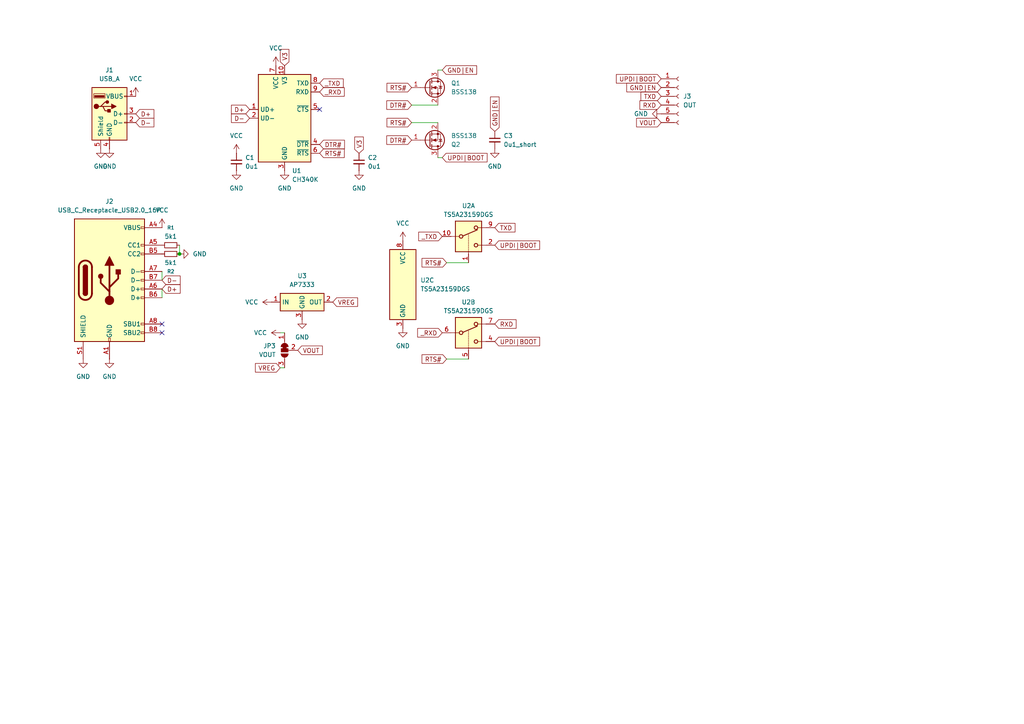
<source format=kicad_sch>
(kicad_sch (version 20250114) (generator "eeschema") (generator_version "9.0")
  (paper "A4")
  (lib_symbols
    (symbol "Analog_Switch:TS5A23159DGS"
      (property "Reference" "U" (at -5.08 8.89 0))
      (property "Value" "TS5A23159DGS" (at -5.08 6.985 0))
      (symbol "TS5A23159DGS_1_1"
        (polyline (pts (xy -5.08 0) (xy -2.794 0)))
        (rectangle (start -3.81 4.445) (end 3.81 -4.445) (stroke (width 0.254)) (fill (type background)))
        (circle (center -2.159 0) (radius 0.508) (stroke (width 0.254)))
        (polyline (pts (xy -1.651 0.127) (xy 2.54 1.905)) (stroke (width 0.254)))
        (polyline (pts (xy 0 0.254) (xy 0 0.508)))
        (polyline (pts (xy 0 -0.254) (xy 0 0)))
        (polyline (pts (xy 0 -0.762) (xy 0 -0.508)))
        (polyline (pts (xy 0 -1.27) (xy 0 -1.016)))
        (polyline (pts (xy 0 -1.778) (xy 0 -1.524)))
        (polyline (pts (xy 0 -2.286) (xy 0 -2.032)))
        (polyline (pts (xy 0 -2.794) (xy 0 -2.54)))
        (polyline (pts (xy 0 -3.302) (xy 0 -3.048)))
        (polyline (pts (xy 0 -3.81) (xy 0 -3.556)))
        (polyline (pts (xy 0 -4.318) (xy 0 -4.064)))
        (polyline (pts (xy 0 -5.08) (xy 0 -4.572)))
        (circle (center 2.159 2.54) (radius 0.508) (stroke (width 0.254)))
        (circle (center 2.159 -2.54) (radius 0.508) (stroke (width 0.254)))
        (polyline (pts (xy 5.08 2.54) (xy 2.794 2.54)))
        (polyline (pts (xy 5.08 -2.54) (xy 2.794 -2.54)))
        (pin passive line (at -7.62 0 0) (length 2.54) (name "~") (number "10"))
        (pin input line (at 0 -7.62 90) (length 2.54) (name "~") (number "1"))
        (pin passive line (at 7.62 2.54 180) (length 2.54) (name "~") (number "9"))
        (pin passive line (at 7.62 -2.54 180) (length 2.54) (name "~") (number "2"))
      )
      (symbol "TS5A23159DGS_2_1"
        (polyline (pts (xy -5.08 0) (xy -2.794 0)))
        (rectangle (start -3.81 4.445) (end 3.81 -4.445) (stroke (width 0.254)) (fill (type background)))
        (circle (center -2.159 0) (radius 0.508) (stroke (width 0.254)))
        (polyline (pts (xy -1.651 0.127) (xy 2.54 1.905)) (stroke (width 0.254)))
        (polyline (pts (xy 0 0.254) (xy 0 0.508)))
        (polyline (pts (xy 0 -0.254) (xy 0 0)))
        (polyline (pts (xy 0 -0.762) (xy 0 -0.508)))
        (polyline (pts (xy 0 -1.27) (xy 0 -1.016)))
        (polyline (pts (xy 0 -1.778) (xy 0 -1.524)))
        (polyline (pts (xy 0 -2.286) (xy 0 -2.032)))
        (polyline (pts (xy 0 -2.794) (xy 0 -2.54)))
        (polyline (pts (xy 0 -3.302) (xy 0 -3.048)))
        (polyline (pts (xy 0 -3.81) (xy 0 -3.556)))
        (polyline (pts (xy 0 -4.318) (xy 0 -4.064)))
        (polyline (pts (xy 0 -5.08) (xy 0 -4.572)))
        (circle (center 2.159 2.54) (radius 0.508) (stroke (width 0.254)))
        (circle (center 2.159 -2.54) (radius 0.508) (stroke (width 0.254)))
        (polyline (pts (xy 5.08 2.54) (xy 2.794 2.54)))
        (polyline (pts (xy 5.08 -2.54) (xy 2.794 -2.54)))
        (pin passive line (at -7.62 0 0) (length 2.54) (name "~") (number "6"))
        (pin input line (at 0 -7.62 90) (length 2.54) (name "~") (number "5"))
        (pin passive line (at 7.62 2.54 180) (length 2.54) (name "~") (number "7"))
        (pin passive line (at 7.62 -2.54 180) (length 2.54) (name "~") (number "4"))
      )
      (symbol "TS5A23159DGS_3_1"
        (rectangle (start -3.81 10.16) (end 3.81 -10.16) (stroke (width 0.254)) (fill (type background)))
        (pin power_in line (at 0 12.7 270) (length 2.54) (name "VCC") (number "8"))
        (pin power_in line (at 0 -12.7 90) (length 2.54) (name "GND") (number "3"))
      )
    )
    (symbol "BSS138_1" (pin_names (hide yes))
      (property "Reference" "Q" (at 5.08 1.905 0))
      (property "Value" "BSS138" (at 5.08 0 0))
      (symbol "BSS138_1_0_1"
        (polyline (pts (xy 0.254 1.905) (xy 0.254 -1.905)) (stroke (width 0.254)))
        (polyline (pts (xy 0.254 0) (xy -2.54 0)))
        (polyline (pts (xy 0.762 2.286) (xy 0.762 1.27)) (stroke (width 0.254)))
        (polyline (pts (xy 0.762 0.508) (xy 0.762 -0.508)) (stroke (width 0.254)))
        (polyline (pts (xy 0.762 -1.27) (xy 0.762 -2.286)) (stroke (width 0.254)))
        (polyline (pts (xy 0.762 -1.778) (xy 3.302 -1.778) (xy 3.302 1.778) (xy 0.762 1.778)))
        (polyline (pts (xy 1.016 0) (xy 2.032 0.381) (xy 2.032 -0.381) (xy 1.016 0)) (fill (type outline)))
        (circle (center 1.651 0) (radius 2.794) (stroke (width 0.254)))
        (polyline (pts (xy 2.54 2.54) (xy 2.54 1.778)))
        (circle (center 2.54 1.778) (radius 0.254) (fill (type outline)))
        (circle (center 2.54 -1.778) (radius 0.254) (fill (type outline)))
        (polyline (pts (xy 2.54 -2.54) (xy 2.54 0) (xy 0.762 0)))
        (polyline (pts (xy 2.794 0.508) (xy 2.921 0.381) (xy 3.683 0.381) (xy 3.81 0.254)))
        (polyline (pts (xy 3.302 0.381) (xy 2.921 -0.254) (xy 3.683 -0.254) (xy 3.302 0.381)))
      )
      (symbol "BSS138_1_1_1"
        (pin input line (at -5.08 0 0) (length 2.54) (name "G") (number "1"))
        (pin passive line (at 2.54 5.08 270) (length 2.54) (name "D") (number "3"))
        (pin passive line (at 2.54 -5.08 90) (length 2.54) (name "S") (number "2"))
      )
    )
    (symbol "Connector:Conn_01x06_Socket" (pin_names (offset 1.016) (hide yes))
      (property "Reference" "J" (at 0 7.62 0))
      (property "Value" "Conn_01x06_Socket" (at 0 -10.16 0))
      (symbol "Conn_01x06_Socket_1_1"
        (polyline (pts (xy -1.27 5.08) (xy -0.508 5.08)) (stroke (width 0.1524)))
        (polyline (pts (xy -1.27 2.54) (xy -0.508 2.54)) (stroke (width 0.1524)))
        (polyline (pts (xy -1.27 0) (xy -0.508 0)) (stroke (width 0.1524)))
        (polyline (pts (xy -1.27 -2.54) (xy -0.508 -2.54)) (stroke (width 0.1524)))
        (polyline (pts (xy -1.27 -5.08) (xy -0.508 -5.08)) (stroke (width 0.1524)))
        (polyline (pts (xy -1.27 -7.62) (xy -0.508 -7.62)) (stroke (width 0.1524)))
        (arc (start 0 4.572) (mid -0.5058 5.08) (end 0 5.588) (stroke (width 0.1524)))
        (arc (start 0 2.032) (mid -0.5058 2.54) (end 0 3.048) (stroke (width 0.1524)))
        (arc (start 0 -0.508) (mid -0.5058 0) (end 0 0.508) (stroke (width 0.1524)))
        (arc (start 0 -3.048) (mid -0.5058 -2.54) (end 0 -2.032) (stroke (width 0.1524)))
        (arc (start 0 -5.588) (mid -0.5058 -5.08) (end 0 -4.572) (stroke (width 0.1524)))
        (arc (start 0 -8.128) (mid -0.5058 -7.62) (end 0 -7.112) (stroke (width 0.1524)))
        (pin passive line (at -5.08 5.08 0) (length 3.81) (name "Pin_1") (number "1"))
        (pin passive line (at -5.08 2.54 0) (length 3.81) (name "Pin_2") (number "2"))
        (pin passive line (at -5.08 0 0) (length 3.81) (name "Pin_3") (number "3"))
        (pin passive line (at -5.08 -2.54 0) (length 3.81) (name "Pin_4") (number "4"))
        (pin passive line (at -5.08 -5.08 0) (length 3.81) (name "Pin_5") (number "5"))
        (pin passive line (at -5.08 -7.62 0) (length 3.81) (name "Pin_6") (number "6"))
      )
    )
    (symbol "Connector:USB_A" (pin_names (offset 1.016))
      (property "Reference" "J" (at -5.08 11.43 0))
      (property "Value" "USB_A" (at -5.08 8.89 0))
      (symbol "USB_A_0_1"
        (rectangle (start -5.08 -7.62) (end 5.08 7.62) (stroke (width 0.254)) (fill (type background)))
        (circle (center -3.81 2.159) (radius 0.635) (stroke (width 0.254)) (fill (type outline)))
        (polyline (pts (xy -3.175 2.159) (xy -2.54 2.159) (xy -1.27 3.429) (xy -0.635 3.429)) (stroke (width 0.254)))
        (polyline (pts (xy -2.54 2.159) (xy -1.905 2.159) (xy -1.27 0.889) (xy 0 0.889)) (stroke (width 0.254)))
        (rectangle (start -1.524 4.826) (end -4.318 5.334) (fill (type outline)))
        (rectangle (start -1.27 4.572) (end -4.572 5.842))
        (circle (center -0.635 3.429) (radius 0.381) (stroke (width 0.254)) (fill (type outline)))
        (rectangle (start -0.127 -7.62) (end 0.127 -6.858))
        (rectangle (start 0.254 1.27) (end -0.508 0.508) (stroke (width 0.254)) (fill (type outline)))
        (polyline (pts (xy 0.635 2.794) (xy 0.635 1.524) (xy 1.905 2.159) (xy 0.635 2.794)) (stroke (width 0.254)) (fill (type outline)))
        (rectangle (start 5.08 4.953) (end 4.318 5.207))
        (rectangle (start 5.08 -0.127) (end 4.318 0.127))
        (rectangle (start 5.08 -2.667) (end 4.318 -2.413))
      )
      (symbol "USB_A_1_1"
        (polyline (pts (xy -1.905 2.159) (xy 0.635 2.159)) (stroke (width 0.254)))
        (pin passive line (at -2.54 -10.16 90) (length 2.54) (name "Shield") (number "5"))
        (pin power_in line (at 0 -10.16 90) (length 2.54) (name "GND") (number "4"))
        (pin power_in line (at 7.62 5.08 180) (length 2.54) (name "VBUS") (number "1"))
        (pin bidirectional line (at 7.62 0 180) (length 2.54) (name "D+") (number "3"))
        (pin bidirectional line (at 7.62 -2.54 180) (length 2.54) (name "D-") (number "2"))
      )
    )
    (symbol "Connector:USB_C_Receptacle_USB2.0_16P" (pin_names (offset 1.016))
      (property "Reference" "J" (at 0 22.225 0))
      (property "Value" "USB_C_Receptacle_USB2.0_16P" (at 0 19.685 0))
      (symbol "USB_C_Receptacle_USB2.0_16P_0_0"
        (rectangle (start -0.254 -17.78) (end 0.254 -16.764))
        (rectangle (start 10.16 15.494) (end 9.144 14.986))
        (rectangle (start 10.16 10.414) (end 9.144 9.906))
        (rectangle (start 10.16 7.874) (end 9.144 7.366))
        (rectangle (start 10.16 2.794) (end 9.144 2.286))
        (rectangle (start 10.16 0.254) (end 9.144 -0.254))
        (rectangle (start 10.16 -2.286) (end 9.144 -2.794))
        (rectangle (start 10.16 -4.826) (end 9.144 -5.334))
        (rectangle (start 10.16 -12.446) (end 9.144 -12.954))
        (rectangle (start 10.16 -14.986) (end 9.144 -15.494))
      )
      (symbol "USB_C_Receptacle_USB2.0_16P_0_1"
        (rectangle (start -10.16 17.78) (end 10.16 -17.78) (stroke (width 0.254)) (fill (type background)))
        (polyline (pts (xy -8.89 -3.81) (xy -8.89 3.81)) (stroke (width 0.508)))
        (rectangle (start -7.62 -3.81) (end -6.35 3.81) (stroke (width 0.254)) (fill (type outline)))
        (arc (start -7.62 3.81) (mid -6.985 4.4423) (end -6.35 3.81) (stroke (width 0.254)))
        (arc (start -7.62 3.81) (mid -6.985 4.4423) (end -6.35 3.81) (stroke (width 0.254)) (fill (type outline)))
        (arc (start -8.89 3.81) (mid -6.985 5.7067) (end -5.08 3.81) (stroke (width 0.508)))
        (arc (start -5.08 -3.81) (mid -6.985 -5.7067) (end -8.89 -3.81) (stroke (width 0.508)))
        (arc (start -6.35 -3.81) (mid -6.985 -4.4423) (end -7.62 -3.81) (stroke (width 0.254)))
        (arc (start -6.35 -3.81) (mid -6.985 -4.4423) (end -7.62 -3.81) (stroke (width 0.254)) (fill (type outline)))
        (polyline (pts (xy -5.08 3.81) (xy -5.08 -3.81)) (stroke (width 0.508)))
        (circle (center -2.54 1.143) (radius 0.635) (stroke (width 0.254)) (fill (type outline)))
        (polyline (pts (xy -1.27 4.318) (xy 0 6.858) (xy 1.27 4.318) (xy -1.27 4.318)) (stroke (width 0.254)) (fill (type outline)))
        (polyline (pts (xy 0 -2.032) (xy 2.54 0.508) (xy 2.54 1.778)) (stroke (width 0.508)))
        (polyline (pts (xy 0 -3.302) (xy -2.54 -0.762) (xy -2.54 0.508)) (stroke (width 0.508)))
        (polyline (pts (xy 0 -5.842) (xy 0 4.318)) (stroke (width 0.508)))
        (circle (center 0 -5.842) (radius 1.27) (fill (type outline)))
        (rectangle (start 1.905 1.778) (end 3.175 3.048) (stroke (width 0.254)) (fill (type outline)))
      )
      (symbol "USB_C_Receptacle_USB2.0_16P_1_1"
        (pin passive line (at -7.62 -22.86 90) (length 5.08) (name "SHIELD") (number "S1"))
        (pin passive line (at 0 -22.86 90) (length 5.08) (name "GND") (number "A1"))
        (pin passive line (at 0 -22.86 90) (length 5.08) (hide yes) (name "GND") (number "A12"))
        (pin passive line (at 0 -22.86 90) (length 5.08) (hide yes) (name "GND") (number "B1"))
        (pin passive line (at 0 -22.86 90) (length 5.08) (hide yes) (name "GND") (number "B12"))
        (pin passive line (at 15.24 15.24 180) (length 5.08) (name "VBUS") (number "A4"))
        (pin passive line (at 15.24 15.24 180) (length 5.08) (hide yes) (name "VBUS") (number "A9"))
        (pin passive line (at 15.24 15.24 180) (length 5.08) (hide yes) (name "VBUS") (number "B4"))
        (pin passive line (at 15.24 15.24 180) (length 5.08) (hide yes) (name "VBUS") (number "B9"))
        (pin bidirectional line (at 15.24 10.16 180) (length 5.08) (name "CC1") (number "A5"))
        (pin bidirectional line (at 15.24 7.62 180) (length 5.08) (name "CC2") (number "B5"))
        (pin bidirectional line (at 15.24 2.54 180) (length 5.08) (name "D-") (number "A7"))
        (pin bidirectional line (at 15.24 0 180) (length 5.08) (name "D-") (number "B7"))
        (pin bidirectional line (at 15.24 -2.54 180) (length 5.08) (name "D+") (number "A6"))
        (pin bidirectional line (at 15.24 -5.08 180) (length 5.08) (name "D+") (number "B6"))
        (pin bidirectional line (at 15.24 -12.7 180) (length 5.08) (name "SBU1") (number "A8"))
        (pin bidirectional line (at 15.24 -15.24 180) (length 5.08) (name "SBU2") (number "B8"))
      )
    )
    (symbol "Device:C_Small" (pin_numbers (hide yes)) (pin_names (offset 0.254) (hide yes))
      (property "Reference" "C" (at 0.254 1.778 0))
      (property "Value" "C_Small" (at 0.254 -2.032 0))
      (symbol "C_Small_0_1"
        (polyline (pts (xy -1.524 0.508) (xy 1.524 0.508)) (stroke (width 0.3048)))
        (polyline (pts (xy -1.524 -0.508) (xy 1.524 -0.508)) (stroke (width 0.3302)))
      )
      (symbol "C_Small_1_1"
        (pin passive line (at 0 2.54 270) (length 2.032) (name "~") (number "1"))
        (pin passive line (at 0 -2.54 90) (length 2.032) (name "~") (number "2"))
      )
    )
    (symbol "Device:R_Small" (pin_numbers (hide yes)) (pin_names (offset 0.254) (hide yes))
      (property "Reference" "R" (at 0 0 90))
      (property "Value" "R_Small" (at 1.778 0 90))
      (symbol "R_Small_0_1"
        (rectangle (start -0.762 1.778) (end 0.762 -1.778) (stroke (width 0.2032)))
      )
      (symbol "R_Small_1_1"
        (pin passive line (at 0 2.54 270) (length 0.762) (name "~") (number "1"))
        (pin passive line (at 0 -2.54 90) (length 0.762) (name "~") (number "2"))
      )
    )
    (symbol "Interface_USB:CH340K"
      (property "Reference" "U1" (at 2.1433 -15.24 0))
      (property "Value" "CH340K" (at 2.1433 -17.78 0))
      (symbol "CH340K_0_1"
        (rectangle (start -7.62 12.7) (end 7.62 -12.7) (stroke (width 0.254)) (fill (type background)))
      )
      (symbol "CH340K_1_1"
        (pin bidirectional line (at -10.16 2.54 0) (length 2.54) (name "UD+") (number "1"))
        (pin bidirectional line (at -10.16 0 0) (length 2.54) (name "UD-") (number "2"))
        (pin power_in line (at -2.54 15.24 270) (length 2.54) (name "VCC") (number "7"))
        (pin passive line (at 0 15.24 270) (length 2.54) (name "V3") (number "10"))
        (pin power_in line (at 0 -15.24 90) (length 2.54) (name "GND") (number "3"))
        (pin output line (at 10.16 10.16 180) (length 2.54) (name "TXD") (number "8"))
        (pin input line (at 10.16 7.62 180) (length 2.54) (name "RXD") (number "9"))
        (pin input line (at 10.16 2.54 180) (length 2.54) (name "~{CTS}") (number "5"))
        (pin output line (at 10.16 -7.62 180) (length 2.54) (name "~{DTR}") (number "4"))
        (pin output line (at 10.16 -10.16 180) (length 2.54) (name "~{RTS}") (number "6"))
      )
    )
    (symbol "Jumper:SolderJumper_3_Bridged12" (pin_names (offset 0) (hide yes)) (in_bom no)
      (property "Reference" "JP" (at -2.54 -2.54 0))
      (property "Value" "SolderJumper_3_Bridged12" (at 0 2.794 0))
      (symbol "SolderJumper_3_Bridged12_0_1"
        (polyline (pts (xy -2.54 0) (xy -2.032 0)))
        (polyline (pts (xy -1.016 1.016) (xy -1.016 -1.016)))
        (rectangle (start -1.016 0.508) (end -0.508 -0.508) (fill (type outline)))
        (arc (start -1.016 -1.016) (mid -2.0276 0) (end -1.016 1.016))
        (arc (start -1.016 -1.016) (mid -2.0276 0) (end -1.016 1.016) (fill (type outline)))
        (rectangle (start -0.508 1.016) (end 0.508 -1.016) (fill (type outline)))
        (polyline (pts (xy 0 -1.27) (xy 0 -1.016)))
        (arc (start 1.016 1.016) (mid 2.0276 0) (end 1.016 -1.016))
        (arc (start 1.016 1.016) (mid 2.0276 0) (end 1.016 -1.016) (fill (type outline)))
        (polyline (pts (xy 1.016 1.016) (xy 1.016 -1.016)))
        (polyline (pts (xy 2.54 0) (xy 2.032 0)))
      )
      (symbol "SolderJumper_3_Bridged12_1_1"
        (pin passive line (at -5.08 0 0) (length 2.54) (name "A") (number "1"))
        (pin passive line (at 0 -3.81 90) (length 2.54) (name "C") (number "2"))
        (pin passive line (at 5.08 0 180) (length 2.54) (name "B") (number "3"))
      )
    )
    (symbol "Library:AP7333"
      (property "Reference" "U" (at 0 6.35 0))
      (property "Value" "AP7333" (at 0 3.81 0))
      (symbol "AP7333_1_1"
        (rectangle (start -6.35 2.54) (end 6.35 -2.54) (stroke (width 0.254)) (fill (type background)))
        (pin power_in line (at -8.89 0 0) (length 2.54) (name "IN") (number "1"))
        (pin power_in line (at 0 -5.08 90) (length 2.54) (name "GND") (number "3"))
        (pin power_out line (at 8.89 0 180) (length 2.54) (name "OUT") (number "2"))
      )
    )
    (symbol "power:GND" (power) (pin_numbers (hide yes)) (pin_names (offset 0) (hide yes))
      (property "Value" "GND" (at 0 -3.81 0))
      (symbol "GND_0_1"
        (polyline (pts (xy 0 0) (xy 0 -1.27) (xy 1.27 -1.27) (xy 0 -2.54) (xy -1.27 -1.27) (xy 0 -1.27)))
      )
      (symbol "GND_1_1"
        (pin power_in line (at 0 0 270) (length 0) (name "~") (number "1"))
      )
    )
    (symbol "power:VCC" (power) (pin_numbers (hide yes)) (pin_names (offset 0) (hide yes))
      (property "Value" "VCC" (at 0 3.556 0))
      (symbol "VCC_0_1"
        (polyline (pts (xy -0.762 1.27) (xy 0 2.54)))
        (polyline (pts (xy 0 2.54) (xy 0.762 1.27)))
        (polyline (pts (xy 0 0) (xy 0 2.54)))
      )
      (symbol "VCC_1_1"
        (pin power_in line (at 0 0 90) (length 0) (name "~") (number "1"))
      )
    )
  )
  (junction (at 52.07 73.66))
  (no_connect (at 46.99 96.52))
  (no_connect (at 46.99 93.98))
  (no_connect (at 92.71 31.75))
  (wire (pts (xy 128.27 45.72) (xy 127 45.72)))
  (wire (pts (xy 81.28 106.68) (xy 82.55 106.68)))
  (wire (pts (xy 52.07 71.12) (xy 52.07 73.66)))
  (wire (pts (xy 46.99 83.82) (xy 46.99 86.36)))
  (wire (pts (xy 81.28 96.52) (xy 82.55 96.52)))
  (wire (pts (xy 129.54 76.2) (xy 135.89 76.2)))
  (wire (pts (xy 129.54 104.14) (xy 135.89 104.14)))
  (wire (pts (xy 119.38 30.48) (xy 127 30.48)))
  (wire (pts (xy 119.38 35.56) (xy 127 35.56)))
  (wire (pts (xy 128.27 20.32) (xy 127 20.32)))
  (wire (pts (xy 46.99 78.74) (xy 46.99 81.28)))
  (global_label "GND|EN" (shape input) (at 143.51 38.1 90) (property "Intersheetrefs" "${INTERSHEET_REFS}" (effects (hide yes))))
  (global_label "UPDI|BOOT" (shape input) (at 191.77 22.86 180) (property "Intersheetrefs" "${INTERSHEET_REFS}" (effects (hide yes))))
  (global_label "DTR#" (shape input) (at 92.71 41.91 0) (property "Intersheetrefs" "${INTERSHEET_REFS}" (effects (hide yes))))
  (global_label "RXD" (shape input) (at 191.77 30.48 180) (property "Intersheetrefs" "${INTERSHEET_REFS}" (effects (hide yes))))
  (global_label "V3" (shape input) (at 82.55 19.05 90) (property "Intersheetrefs" "${INTERSHEET_REFS}" (effects (hide yes))))
  (global_label "D-" (shape input) (at 46.99 81.28 0) (property "Intersheetrefs" "${INTERSHEET_REFS}" (effects (hide yes))))
  (global_label "RXD" (shape input) (at 143.51 93.98 0) (property "Intersheetrefs" "${INTERSHEET_REFS}" (effects (hide yes))))
  (global_label "D+" (shape input) (at 72.39 31.75 180) (property "Intersheetrefs" "${INTERSHEET_REFS}" (effects (hide yes))))
  (global_label "RTS#" (shape input) (at 119.38 35.56 180) (property "Intersheetrefs" "${INTERSHEET_REFS}" (effects (hide yes))))
  (global_label "VOUT" (shape input) (at 86.36 101.6 0) (property "Intersheetrefs" "${INTERSHEET_REFS}" (effects (hide yes))))
  (global_label "_TXD" (shape input) (at 92.71 24.13 0) (property "Intersheetrefs" "${INTERSHEET_REFS}" (effects (hide yes))))
  (global_label "_RXD" (shape input) (at 92.71 26.67 0) (property "Intersheetrefs" "${INTERSHEET_REFS}" (effects (hide yes))))
  (global_label "DTR#" (shape input) (at 119.38 30.48 180) (property "Intersheetrefs" "${INTERSHEET_REFS}" (effects (hide yes))))
  (global_label "RTS#" (shape input) (at 129.54 104.14 180) (property "Intersheetrefs" "${INTERSHEET_REFS}" (effects (hide yes))))
  (global_label "UPDI|BOOT" (shape input) (at 143.51 99.06 0) (property "Intersheetrefs" "${INTERSHEET_REFS}" (effects (hide yes))))
  (global_label "UPDI|BOOT" (shape input) (at 143.51 71.12 0) (property "Intersheetrefs" "${INTERSHEET_REFS}" (effects (hide yes))))
  (global_label "D-" (shape input) (at 72.39 34.29 180) (property "Intersheetrefs" "${INTERSHEET_REFS}" (effects (hide yes))))
  (global_label "D+" (shape input) (at 46.99 83.82 0) (property "Intersheetrefs" "${INTERSHEET_REFS}" (effects (hide yes))))
  (global_label "VREG" (shape input) (at 96.52 87.63 0) (property "Intersheetrefs" "${INTERSHEET_REFS}" (effects (hide yes))))
  (global_label "RTS#" (shape input) (at 119.38 25.4 180) (property "Intersheetrefs" "${INTERSHEET_REFS}" (effects (hide yes))))
  (global_label "GND|EN" (shape input) (at 191.77 25.4 180) (property "Intersheetrefs" "${INTERSHEET_REFS}" (effects (hide yes))))
  (global_label "_TXD" (shape input) (at 128.27 68.58 180) (property "Intersheetrefs" "${INTERSHEET_REFS}" (effects (hide yes))))
  (global_label "RTS#" (shape input) (at 129.54 76.2 180) (property "Intersheetrefs" "${INTERSHEET_REFS}" (effects (hide yes))))
  (global_label "D-" (shape input) (at 39.37 35.56 0) (property "Intersheetrefs" "${INTERSHEET_REFS}" (effects (hide yes))))
  (global_label "UPDI|BOOT" (shape input) (at 128.27 45.72 0) (property "Intersheetrefs" "${INTERSHEET_REFS}" (effects (hide yes))))
  (global_label "D+" (shape input) (at 39.37 33.02 0) (property "Intersheetrefs" "${INTERSHEET_REFS}" (effects (hide yes))))
  (global_label "TXD" (shape input) (at 143.51 66.04 0) (property "Intersheetrefs" "${INTERSHEET_REFS}" (effects (hide yes))))
  (global_label "DTR#" (shape input) (at 119.38 40.64 180) (property "Intersheetrefs" "${INTERSHEET_REFS}" (effects (hide yes))))
  (global_label "VOUT" (shape input) (at 191.77 35.56 180) (property "Intersheetrefs" "${INTERSHEET_REFS}" (effects (hide yes))))
  (global_label "RTS#" (shape input) (at 92.71 44.45 0) (property "Intersheetrefs" "${INTERSHEET_REFS}" (effects (hide yes))))
  (global_label "TXD" (shape input) (at 191.77 27.94 180) (property "Intersheetrefs" "${INTERSHEET_REFS}" (effects (hide yes))))
  (global_label "GND|EN" (shape input) (at 128.27 20.32 0) (property "Intersheetrefs" "${INTERSHEET_REFS}" (effects (hide yes))))
  (global_label "V3" (shape input) (at 104.14 44.45 90) (property "Intersheetrefs" "${INTERSHEET_REFS}" (effects (hide yes))))
  (global_label "_RXD" (shape input) (at 128.27 96.52 180) (property "Intersheetrefs" "${INTERSHEET_REFS}" (effects (hide yes))))
  (global_label "VREG" (shape input) (at 81.28 106.68 180) (property "Intersheetrefs" "${INTERSHEET_REFS}" (effects (hide yes))))
  (symbol (lib_id "Library:AP7333") (at 87.63 87.63 0) (unit 1)
    (property "Reference" "U3" (at 87.63 80.01 0))
    (property "Value" "AP7333" (at 87.63 82.55 0))
    (property "Footprint" "Package_TO_SOT_SMD:SOT-23-3" (effects (hide yes)))
    (property "Description" "https://akizukidenshi.com/catalog/g/g111360/" (effects (hide yes)))
  )
  (symbol (lib_id "power:GND") (at 31.75 43.18 0) (unit 1)
    (property "Reference" "#PWR05" (effects (hide yes)))
    (property "Value" "GND" (at 31.75 48.26 0))
    (property "Description" "Power symbol creates a global label with name \"GND\" , ground" (effects (hide yes)))
  )
  (symbol (lib_id "power:GND") (at 191.77 33.02 270) (unit 1)
    (property "Reference" "#PWR022" (effects (hide yes)))
    (property "Value" "GND" (at 187.96 33.0199 90) (effects (justify right)))
    (property "Description" "Power symbol creates a global label with name \"GND\" , ground" (effects (hide yes)))
  )
  (symbol (lib_id "power:GND") (at 82.55 49.53 0) (unit 1)
    (property "Reference" "#PWR07" (effects (hide yes)))
    (property "Value" "GND" (at 82.55 54.61 0))
    (property "Description" "Power symbol creates a global label with name \"GND\" , ground" (effects (hide yes)))
  )
  (symbol (lib_id "power:VCC") (at 80.01 19.05 0) (unit 1)
    (property "Reference" "#PWR01" (effects (hide yes)))
    (property "Value" "VCC" (at 80.01 13.97 0))
    (property "Description" "Power symbol creates a global label with name \"VCC\"" (effects (hide yes)))
  )
  (symbol (lib_id "power:VCC") (at 46.99 66.04 0) (unit 1)
    (property "Reference" "#PWR013" (effects (hide yes)))
    (property "Value" "VCC" (at 46.99 60.96 0))
    (property "Description" "Power symbol creates a global label with name \"VCC\"" (effects (hide yes)))
  )
  (symbol (lib_id "power:GND") (at 87.63 92.71 0) (unit 1)
    (property "Reference" "#PWR015" (effects (hide yes)))
    (property "Value" "GND" (at 87.63 97.79 0))
    (property "Description" "Power symbol creates a global label with name \"GND\" , ground" (effects (hide yes)))
  )
  (symbol (lib_id "Jumper:SolderJumper_3_Bridged12") (at 82.55 101.6 90) (mirror x) (unit 1) (in_bom no)
    (property "Reference" "JP3" (at 80.01 100.3299 90) (effects (justify left)))
    (property "Value" "VOUT" (at 80.01 102.8699 90) (effects (justify left)))
    (property "Footprint" "Jumper:SolderJumper-3_P1.3mm_Bridged12_RoundedPad1.0x1.5mm" (effects (hide yes)))
    (property "Description" "3-pole Solder Jumper, pins 1+2 closed/bridged" (effects (hide yes)))
  )
  (symbol (lib_id "Analog_Switch:TS5A23159DGS") (at 135.89 96.52 0) (unit 2)
    (property "Reference" "U2" (at 135.89 87.63 0))
    (property "Value" "TS5A23159DGS" (at 135.89 90.17 0))
    (property "Footprint" "Package_SO:VSSOP-10_3x3mm_P0.5mm" (effects (hide yes)))
    (property "Datasheet" "http://www.ti.com/lit/ds/symlink/ts5a23159.pdf" (effects (hide yes)))
    (property "Description" "Dual SPDT 1ohm Bidirectional Analog Switch with Off protection, VSSOP-10" (effects (hide yes)))
  )
  (symbol (lib_id "power:GND") (at 104.14 49.53 0) (unit 1)
    (property "Reference" "#PWR08" (effects (hide yes)))
    (property "Value" "GND" (at 104.14 54.61 0))
    (property "Description" "Power symbol creates a global label with name \"GND\" , ground" (effects (hide yes)))
  )
  (symbol (lib_id "power:VCC") (at 39.37 27.94 0) (unit 1)
    (property "Reference" "#PWR02" (effects (hide yes)))
    (property "Value" "VCC" (at 39.37 22.86 0))
    (property "Description" "Power symbol creates a global label with name \"VCC\"" (effects (hide yes)))
  )
  (symbol (lib_id "Analog_Switch:TS5A23159DGS") (at 116.84 82.55 0) (unit 3)
    (property "Reference" "U2" (at 121.92 81.2799 0) (effects (justify left)))
    (property "Value" "TS5A23159DGS" (at 121.92 83.8199 0) (effects (justify left)))
    (property "Footprint" "Package_SO:VSSOP-10_3x3mm_P0.5mm" (effects (hide yes)))
    (property "Datasheet" "http://www.ti.com/lit/ds/symlink/ts5a23159.pdf" (effects (hide yes)))
    (property "Description" "Dual SPDT 1ohm Bidirectional Analog Switch with Off protection, VSSOP-10" (effects (hide yes)))
  )
  (symbol (lib_id "Device:C_Small") (at 68.58 46.99 0) (unit 1)
    (property "Reference" "C1" (at 71.12 45.7262 0) (effects (justify left)))
    (property "Value" "0u1" (at 71.12 48.2662 0) (effects (justify left)))
    (property "Footprint" "Capacitor_SMD:C_0603_1608Metric" (effects (hide yes)))
    (property "Description" "Unpolarized capacitor, small symbol" (effects (hide yes)))
  )
  (symbol (lib_name "BSS138_1") (lib_id "Transistor_FET:BSS138") (at 124.46 40.64 0) (mirror x) (unit 1)
    (property "Reference" "Q2" (at 130.81 41.9101 0) (effects (justify left)))
    (property "Value" "BSS138" (at 130.81 39.3701 0) (effects (justify left)))
    (property "Footprint" "Package_TO_SOT_SMD:SOT-23" (effects (hide yes)))
    (property "Datasheet" "https://www.onsemi.com/pub/Collateral/BSS138-D.PDF" (effects (hide yes)))
    (property "Description" "50V Vds, 0.22A Id, N-Channel MOSFET, SOT-23" (effects (hide yes)))
  )
  (symbol (lib_id "power:GND") (at 29.21 43.18 0) (unit 1)
    (property "Reference" "#PWR04" (effects (hide yes)))
    (property "Value" "GND" (at 29.21 48.26 0))
    (property "Description" "Power symbol creates a global label with name \"GND\" , ground" (effects (hide yes)))
  )
  (symbol (lib_id "power:VCC") (at 78.74 87.63 90) (unit 1)
    (property "Reference" "#PWR014" (effects (hide yes)))
    (property "Value" "VCC" (at 74.93 87.6299 90) (effects (justify left)))
    (property "Description" "Power symbol creates a global label with name \"VCC\"" (effects (hide yes)))
  )
  (symbol (lib_id "Connector:USB_A") (at 31.75 33.02 0) (unit 1)
    (property "Reference" "J1" (at 31.75 20.32 0))
    (property "Value" "USB_A" (at 31.75 22.86 0))
    (property "Footprint" "Library:USB_A_PLUG_USB-4AM103AS" (effects (hide yes)))
    (property "Description" "USB Type A connector" (effects (hide yes)))
  )
  (symbol (lib_id "power:GND") (at 24.13 104.14 0) (unit 1)
    (property "Reference" "#PWR020" (effects (hide yes)))
    (property "Value" "GND" (at 24.13 109.22 0))
    (property "Description" "Power symbol creates a global label with name \"GND\" , ground" (effects (hide yes)))
  )
  (symbol (lib_id "Connector:USB_C_Receptacle_USB2.0_16P") (at 31.75 81.28 0) (unit 1)
    (property "Reference" "J2" (at 31.75 58.42 0))
    (property "Value" "USB_C_Receptacle_USB2.0_16P" (at 31.75 60.96 0))
    (property "Footprint" "Connector_USB:USB_C_Receptacle_GCT_USB4105-xx-A_16P_TopMnt_Horizontal" (effects (hide yes)))
    (property "Datasheet" "https://www.usb.org/sites/default/files/documents/usb_type-c.zip" (effects (hide yes)))
    (property "Description" "USB 2.0-only 16P Type-C Receptacle connector" (effects (hide yes)))
  )
  (symbol (lib_id "Analog_Switch:TS5A23159DGS") (at 135.89 68.58 0) (unit 1)
    (property "Reference" "U2" (at 135.89 59.69 0))
    (property "Value" "TS5A23159DGS" (at 135.89 62.23 0))
    (property "Footprint" "Package_SO:VSSOP-10_3x3mm_P0.5mm" (effects (hide yes)))
    (property "Datasheet" "http://www.ti.com/lit/ds/symlink/ts5a23159.pdf" (effects (hide yes)))
    (property "Description" "Dual SPDT 1ohm Bidirectional Analog Switch with Off protection, VSSOP-10" (effects (hide yes)))
  )
  (symbol (lib_name "BSS138_1") (lib_id "Transistor_FET:BSS138") (at 124.46 25.4 0) (unit 1)
    (property "Reference" "Q1" (at 130.81 24.1299 0) (effects (justify left)))
    (property "Value" "BSS138" (at 130.81 26.6699 0) (effects (justify left)))
    (property "Footprint" "Package_TO_SOT_SMD:SOT-23" (effects (hide yes)))
    (property "Datasheet" "https://www.onsemi.com/pub/Collateral/BSS138-D.PDF" (effects (hide yes)))
    (property "Description" "50V Vds, 0.22A Id, N-Channel MOSFET, SOT-23" (effects (hide yes)))
  )
  (symbol (lib_id "Device:R_Small") (at 49.53 71.12 90) (unit 1)
    (property "Reference" "R1" (at 49.53 66.04 90) (effects (font (size 1.016 1.016))))
    (property "Value" "5k1" (at 49.53 68.58 90))
    (property "Footprint" "Resistor_SMD:R_0603_1608Metric" (effects (hide yes)))
    (property "Description" "Resistor, small symbol" (effects (hide yes)))
  )
  (symbol (lib_id "Device:R_Small") (at 49.53 73.66 90) (mirror x) (unit 1)
    (property "Reference" "R2" (at 49.53 78.74 90) (effects (font (size 1.016 1.016))))
    (property "Value" "5k1" (at 49.53 76.2 90))
    (property "Footprint" "Resistor_SMD:R_0603_1608Metric" (effects (hide yes)))
    (property "Description" "Resistor, small symbol" (effects (hide yes)))
  )
  (symbol (lib_id "power:VCC") (at 68.58 44.45 0) (unit 1)
    (property "Reference" "#PWR03" (effects (hide yes)))
    (property "Value" "VCC" (at 68.58 39.37 0))
    (property "Description" "Power symbol creates a global label with name \"VCC\"" (effects (hide yes)))
  )
  (symbol (lib_id "Interface_USB:CH340K") (at 82.55 34.29 0) (unit 1)
    (property "Reference" "U1" (at 84.6933 49.53 0) (effects (justify left)))
    (property "Value" "CH340K" (at 84.6933 52.07 0) (effects (justify left)))
    (property "Footprint" "Package_SO:SSOP-10-1EP_3.9x4.9mm_P1mm_EP2.1x3.3mm" (effects (hide yes)))
    (property "Datasheet" "https://cdn.sparkfun.com/assets/5/0/a/8/5/CH340DS1.PDF" (effects (hide yes)))
    (property "Description" "USB serial converter, UART, SSOP-10" (effects (hide yes)))
  )
  (symbol (lib_id "power:VCC") (at 116.84 69.85 0) (unit 1)
    (property "Reference" "#PWR011" (effects (hide yes)))
    (property "Value" "VCC" (at 116.84 64.77 0))
    (property "Description" "Power symbol creates a global label with name \"VCC\"" (effects (hide yes)))
  )
  (symbol (lib_id "power:GND") (at 116.84 95.25 0) (unit 1)
    (property "Reference" "#PWR010" (effects (hide yes)))
    (property "Value" "GND" (at 116.84 100.33 0))
    (property "Description" "Power symbol creates a global label with name \"GND\" , ground" (effects (hide yes)))
  )
  (symbol (lib_id "power:VCC") (at 81.28 96.52 90) (unit 1)
    (property "Reference" "#PWR016" (effects (hide yes)))
    (property "Value" "VCC" (at 77.47 96.5199 90) (effects (justify left)))
    (property "Description" "Power symbol creates a global label with name \"VCC\"" (effects (hide yes)))
  )
  (symbol (lib_id "Connector:Conn_01x06_Socket") (at 196.85 27.94 0) (unit 1)
    (property "Reference" "J3" (at 198.12 27.9399 0) (effects (justify left)))
    (property "Value" "OUT" (at 198.12 30.4799 0) (effects (justify left)))
    (property "Footprint" "Connector_PinSocket_2.54mm:PinSocket_1x06_P2.54mm_Vertical" (effects (hide yes)))
    (property "Description" "Generic connector, single row, 01x06, script generated" (effects (hide yes)))
  )
  (symbol (lib_id "power:GND") (at 143.51 43.18 0) (unit 1)
    (property "Reference" "#PWR09" (effects (hide yes)))
    (property "Value" "GND" (at 143.51 48.26 0))
    (property "Description" "Power symbol creates a global label with name \"GND\" , ground" (effects (hide yes)))
  )
  (symbol (lib_id "Device:C_Small") (at 104.14 46.99 0) (unit 1)
    (property "Reference" "C2" (at 106.68 45.7262 0) (effects (justify left)))
    (property "Value" "0u1" (at 106.68 48.2662 0) (effects (justify left)))
    (property "Footprint" "Capacitor_SMD:C_0603_1608Metric" (effects (hide yes)))
    (property "Description" "Unpolarized capacitor, small symbol" (effects (hide yes)))
  )
  (symbol (lib_id "Device:C_Small") (at 143.51 40.64 0) (unit 1)
    (property "Reference" "C3" (at 146.05 39.3762 0) (effects (justify left)))
    (property "Value" "0u1_short" (at 146.05 41.9162 0) (effects (justify left)))
    (property "Footprint" "Capacitor_SMD:C_0603_1608Metric" (effects (hide yes)))
    (property "Description" "Unpolarized capacitor, small symbol" (effects (hide yes)))
  )
  (symbol (lib_id "power:GND") (at 68.58 49.53 0) (unit 1)
    (property "Reference" "#PWR06" (effects (hide yes)))
    (property "Value" "GND" (at 68.58 54.61 0))
    (property "Description" "Power symbol creates a global label with name \"GND\" , ground" (effects (hide yes)))
  )
  (symbol (lib_id "power:GND") (at 52.07 73.66 90) (unit 1)
    (property "Reference" "#PWR021" (effects (hide yes)))
    (property "Value" "GND" (at 55.88 73.6599 90) (effects (justify right)))
    (property "Description" "Power symbol creates a global label with name \"GND\" , ground" (effects (hide yes)))
  )
  (symbol (lib_id "power:GND") (at 31.75 104.14 0) (unit 1)
    (property "Reference" "#PWR019" (effects (hide yes)))
    (property "Value" "GND" (at 31.75 109.22 0))
    (property "Description" "Power symbol creates a global label with name \"GND\" , ground" (effects (hide yes)))
  )
)
</source>
